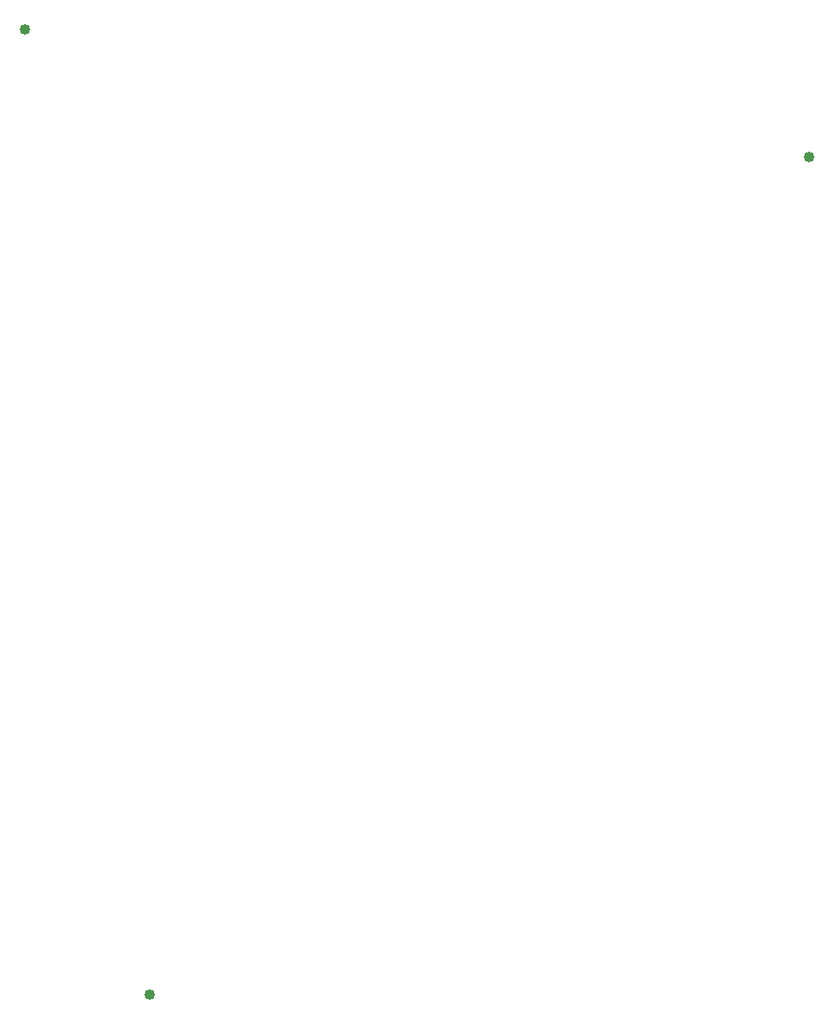
<source format=gbp>
G04*
G04 #@! TF.GenerationSoftware,Altium Limited,Altium Designer,20.0.2 (26)*
G04*
G04 Layer_Color=128*
%FSLAX44Y44*%
%MOMM*%
G71*
G01*
G75*
%ADD25C,1.0160*%
D25*
X-702310Y-1074420D02*
D03*
X-820420Y-158750D02*
D03*
X-75692Y-279908D02*
D03*
M02*

</source>
